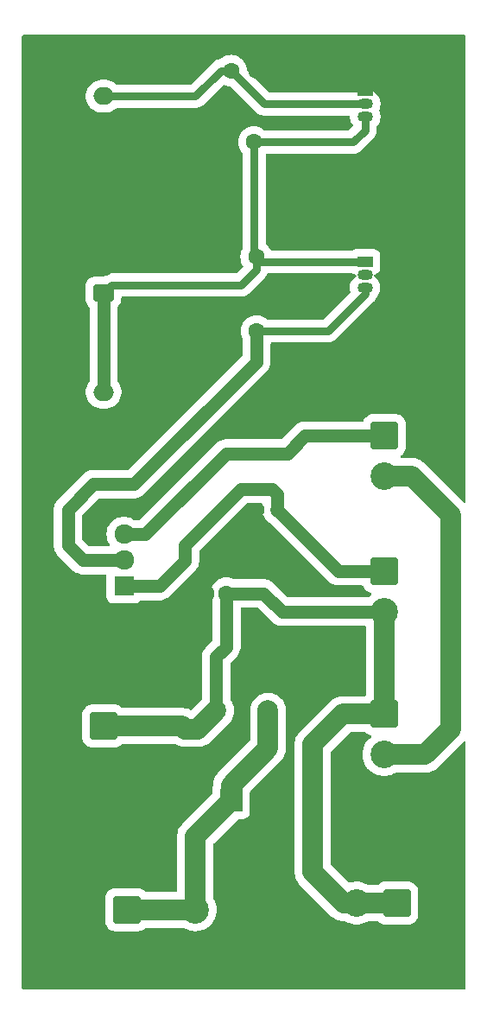
<source format=gbr>
%TF.GenerationSoftware,KiCad,Pcbnew,8.0.8-8.0.8-0~ubuntu24.04.1*%
%TF.CreationDate,2025-01-20T22:43:33-03:00*%
%TF.ProjectId,Power,506f7765-722e-46b6-9963-61645f706362,rev?*%
%TF.SameCoordinates,Original*%
%TF.FileFunction,Copper,L2,Bot*%
%TF.FilePolarity,Positive*%
%FSLAX46Y46*%
G04 Gerber Fmt 4.6, Leading zero omitted, Abs format (unit mm)*
G04 Created by KiCad (PCBNEW 8.0.8-8.0.8-0~ubuntu24.04.1) date 2025-01-20 22:43:33*
%MOMM*%
%LPD*%
G01*
G04 APERTURE LIST*
G04 Aperture macros list*
%AMRoundRect*
0 Rectangle with rounded corners*
0 $1 Rounding radius*
0 $2 $3 $4 $5 $6 $7 $8 $9 X,Y pos of 4 corners*
0 Add a 4 corners polygon primitive as box body*
4,1,4,$2,$3,$4,$5,$6,$7,$8,$9,$2,$3,0*
0 Add four circle primitives for the rounded corners*
1,1,$1+$1,$2,$3*
1,1,$1+$1,$4,$5*
1,1,$1+$1,$6,$7*
1,1,$1+$1,$8,$9*
0 Add four rect primitives between the rounded corners*
20,1,$1+$1,$2,$3,$4,$5,0*
20,1,$1+$1,$4,$5,$6,$7,0*
20,1,$1+$1,$6,$7,$8,$9,0*
20,1,$1+$1,$8,$9,$2,$3,0*%
G04 Aperture macros list end*
%TA.AperFunction,ComponentPad*%
%ADD10RoundRect,0.250000X0.750000X-0.600000X0.750000X0.600000X-0.750000X0.600000X-0.750000X-0.600000X0*%
%TD*%
%TA.AperFunction,ComponentPad*%
%ADD11O,2.000000X1.700000*%
%TD*%
%TA.AperFunction,ComponentPad*%
%ADD12R,2.200000X2.200000*%
%TD*%
%TA.AperFunction,ComponentPad*%
%ADD13O,2.200000X2.200000*%
%TD*%
%TA.AperFunction,ComponentPad*%
%ADD14RoundRect,0.250001X-1.099999X1.099999X-1.099999X-1.099999X1.099999X-1.099999X1.099999X1.099999X0*%
%TD*%
%TA.AperFunction,ComponentPad*%
%ADD15C,2.700000*%
%TD*%
%TA.AperFunction,ComponentPad*%
%ADD16RoundRect,0.250001X1.099999X1.099999X-1.099999X1.099999X-1.099999X-1.099999X1.099999X-1.099999X0*%
%TD*%
%TA.AperFunction,ComponentPad*%
%ADD17R,1.920000X1.920000*%
%TD*%
%TA.AperFunction,ComponentPad*%
%ADD18C,1.920000*%
%TD*%
%TA.AperFunction,ComponentPad*%
%ADD19C,1.600000*%
%TD*%
%TA.AperFunction,ComponentPad*%
%ADD20R,1.500000X1.050000*%
%TD*%
%TA.AperFunction,ComponentPad*%
%ADD21O,1.500000X1.050000*%
%TD*%
%TA.AperFunction,ComponentPad*%
%ADD22RoundRect,0.250001X1.099999X-1.099999X1.099999X1.099999X-1.099999X1.099999X-1.099999X-1.099999X0*%
%TD*%
%TA.AperFunction,ComponentPad*%
%ADD23C,2.000000*%
%TD*%
%TA.AperFunction,ComponentPad*%
%ADD24C,1.400000*%
%TD*%
%TA.AperFunction,ComponentPad*%
%ADD25O,1.400000X1.400000*%
%TD*%
%TA.AperFunction,Conductor*%
%ADD26C,0.200000*%
%TD*%
%TA.AperFunction,Conductor*%
%ADD27C,0.762000*%
%TD*%
%TA.AperFunction,Conductor*%
%ADD28C,1.270000*%
%TD*%
%TA.AperFunction,Conductor*%
%ADD29C,2.032000*%
%TD*%
G04 APERTURE END LIST*
D10*
%TO.P,PLC_5,1,Pin_1*%
%TO.N,/GND*%
X113000000Y-97500000D03*
D11*
%TO.P,PLC_5,2,Pin_2*%
%TO.N,/5V*%
X113000000Y-95000000D03*
%TD*%
D12*
%TO.P,1N4007,1,K*%
%TO.N,/Motor*%
X125500000Y-135000000D03*
D13*
%TO.P,1N4007,2,A*%
%TO.N,/GND*%
X115340000Y-135000000D03*
%TD*%
D14*
%TO.P,J1,1,Pin_1*%
%TO.N,/Gate*%
X140500000Y-112540000D03*
D15*
%TO.P,J1,2,Pin_2*%
%TO.N,/12V*%
X140500000Y-116500000D03*
%TD*%
D16*
%TO.P,Accept1,1,Pin_1*%
%TO.N,/12V*%
X141757500Y-145050000D03*
D15*
%TO.P,Accept1,2,Pin_2*%
X137797500Y-145050000D03*
%TD*%
D17*
%TO.P,MOSFET1,1,G*%
%TO.N,/Gate*%
X115000000Y-114000000D03*
D18*
%TO.P,MOSFET1,2,D*%
%TO.N,/Regulator*%
X115000000Y-111460000D03*
%TO.P,MOSFET1,3,S*%
%TO.N,/BA*%
X115000000Y-108920000D03*
%TD*%
D14*
%TO.P,INA1,1,Pin_1*%
%TO.N,/12V*%
X140500000Y-126540000D03*
D15*
%TO.P,INA1,2,Pin_2*%
%TO.N,/CRCT*%
X140500000Y-130500000D03*
%TD*%
D19*
%TO.P,CO_3V1,1*%
%TO.N,/3.3V*%
X125500000Y-63500000D03*
%TO.P,CO_3V1,2*%
%TO.N,/GND*%
X128000000Y-63500000D03*
%TD*%
D20*
%TO.P,LM1117,1,GND*%
%TO.N,/GND*%
X138665000Y-65480000D03*
D21*
%TO.P,LM1117,2,VO*%
%TO.N,/3.3V*%
X138665000Y-66750000D03*
%TO.P,LM1117,3,VI*%
%TO.N,/5V*%
X138665000Y-68020000D03*
%TD*%
D22*
%TO.P,J6,1,Pin_1*%
%TO.N,/12V*%
X113000000Y-127702500D03*
D15*
%TO.P,J6,2,Pin_2*%
%TO.N,/GND*%
X113000000Y-123742500D03*
%TD*%
D16*
%TO.P,J3,1,Pin_1*%
%TO.N,/GND*%
X125960000Y-145702500D03*
D15*
%TO.P,J3,2,Pin_2*%
%TO.N,/Motor*%
X122000000Y-145702500D03*
%TD*%
D19*
%TO.P,CI_3V1,1*%
%TO.N,/5V*%
X127750000Y-70500000D03*
%TO.P,CI_3V1,2*%
%TO.N,/GND*%
X125250000Y-70500000D03*
%TD*%
D16*
%TO.P,Motor_E1,1,Pin_1*%
%TO.N,/Motor*%
X115257500Y-145702500D03*
D15*
%TO.P,Motor_E1,2,Pin_2*%
%TO.N,/GND*%
X111297500Y-145702500D03*
%TD*%
D10*
%TO.P,NTRFC_5,1,Pin_1*%
%TO.N,/5V*%
X112975000Y-85250000D03*
D11*
%TO.P,NTRFC_5,2,Pin_2*%
%TO.N,/GND*%
X112975000Y-82750000D03*
%TD*%
D23*
%TO.P,F1,1*%
%TO.N,/12V*%
X124050000Y-126202500D03*
%TO.P,F1,2*%
%TO.N,/Motor*%
X129130000Y-126202500D03*
%TD*%
D10*
%TO.P,PLC_3,1,Pin_1*%
%TO.N,/GND*%
X113000000Y-68500000D03*
D11*
%TO.P,PLC_3,2,Pin_2*%
%TO.N,/3.3V*%
X113000000Y-66000000D03*
%TD*%
D24*
%TO.P,R1,1*%
%TO.N,/GND*%
X128095000Y-106500000D03*
D25*
%TO.P,R1,2*%
%TO.N,/Gate*%
X129995000Y-106500000D03*
%TD*%
D19*
%TO.P,Ruido1,1*%
%TO.N,/GND*%
X123050000Y-114702500D03*
%TO.P,Ruido1,2*%
%TO.N,/12V*%
X125050000Y-114702500D03*
%TD*%
D20*
%TO.P,LM7805,1,VO*%
%TO.N,/5V*%
X138640000Y-82230000D03*
D21*
%TO.P,LM7805,2,GND*%
%TO.N,/GND*%
X138640000Y-83500000D03*
%TO.P,LM7805,3,VI*%
%TO.N,/Regulator*%
X138640000Y-84770000D03*
%TD*%
D14*
%TO.P,J2,1,Pin_1*%
%TO.N,/BA*%
X140550000Y-99242500D03*
D15*
%TO.P,J2,2,Pin_2*%
%TO.N,/CRCT*%
X140550000Y-103202500D03*
%TD*%
D19*
%TO.P,CO_5V1,1*%
%TO.N,/5V*%
X127975000Y-81750000D03*
%TO.P,CO_5V1,2*%
%TO.N,/GND*%
X125475000Y-81750000D03*
%TD*%
%TO.P,CI_5V1,1*%
%TO.N,/Regulator*%
X128000000Y-89000000D03*
%TO.P,CI_5V1,2*%
%TO.N,/GND*%
X125500000Y-89000000D03*
%TD*%
D26*
%TO.N,/GND*%
X112975000Y-68525000D02*
X113000000Y-68500000D01*
D27*
X125250000Y-81525000D02*
X125475000Y-81750000D01*
D28*
%TO.N,/Regulator*%
X112000000Y-104000000D02*
X116000000Y-104000000D01*
X110960000Y-111460000D02*
X109500000Y-110000000D01*
X116000000Y-104000000D02*
X127975000Y-92025000D01*
X115000000Y-111460000D02*
X110960000Y-111460000D01*
X109500000Y-106500000D02*
X112000000Y-104000000D01*
X109500000Y-110000000D02*
X109500000Y-106500000D01*
D26*
X127975000Y-92025000D02*
X128000000Y-92000000D01*
D27*
X135000000Y-89000000D02*
X128000000Y-89000000D01*
D28*
X128000000Y-92000000D02*
X128000000Y-89000000D01*
D27*
X138640000Y-84770000D02*
X138640000Y-85360000D01*
X138640000Y-85360000D02*
X135000000Y-89000000D01*
%TO.N,/5V*%
X126500000Y-84500000D02*
X113775000Y-84500000D01*
X138665000Y-69335000D02*
X137500000Y-70500000D01*
D26*
X113000000Y-85275000D02*
X112975000Y-85250000D01*
D27*
X127975000Y-83025000D02*
X126500000Y-84500000D01*
X127975000Y-81750000D02*
X127750000Y-81525000D01*
X138665000Y-68020000D02*
X138665000Y-69335000D01*
X137500000Y-70500000D02*
X127750000Y-70500000D01*
X128455000Y-82230000D02*
X127975000Y-81750000D01*
X127750000Y-81525000D02*
X127750000Y-70500000D01*
X113775000Y-84500000D02*
X113000000Y-85275000D01*
X138640000Y-82230000D02*
X128455000Y-82230000D01*
D28*
X113000000Y-95000000D02*
X113000000Y-85275000D01*
D27*
X127975000Y-81750000D02*
X127975000Y-83025000D01*
%TO.N,/3.3V*%
X122000000Y-66000000D02*
X113000000Y-66000000D01*
X128750000Y-66750000D02*
X125500000Y-63500000D01*
X125500000Y-63500000D02*
X124500000Y-63500000D01*
X124500000Y-63500000D02*
X122000000Y-66000000D01*
X138665000Y-66750000D02*
X128750000Y-66750000D01*
D29*
%TO.N,/Motor*%
X125500000Y-135000000D02*
X125500000Y-133500000D01*
X122000000Y-145702500D02*
X115257500Y-145702500D01*
X122000000Y-145702500D02*
X122000000Y-138500000D01*
X125500000Y-133500000D02*
X129130000Y-129870000D01*
X129130000Y-129870000D02*
X129130000Y-126202500D01*
X122000000Y-138500000D02*
X125500000Y-135000000D01*
%TO.N,/12V*%
X133500000Y-142000000D02*
X133500000Y-129500000D01*
D28*
X140500000Y-116500000D02*
X130500000Y-116500000D01*
D29*
X136460000Y-126540000D02*
X140500000Y-126540000D01*
D28*
X124050000Y-126202500D02*
X124050000Y-120950000D01*
D29*
X133500000Y-129500000D02*
X136460000Y-126540000D01*
D28*
X130500000Y-116500000D02*
X128702500Y-114702500D01*
D29*
X122252500Y-128000000D02*
X121000000Y-128000000D01*
X136550000Y-145050000D02*
X133500000Y-142000000D01*
D28*
X128702500Y-114702500D02*
X125050000Y-114702500D01*
X125050000Y-119950000D02*
X125050000Y-114702500D01*
D29*
X137797500Y-145050000D02*
X136550000Y-145050000D01*
X120702500Y-127702500D02*
X113000000Y-127702500D01*
X137797500Y-145050000D02*
X141757500Y-145050000D01*
X121000000Y-128000000D02*
X120702500Y-127702500D01*
X124050000Y-126202500D02*
X122252500Y-128000000D01*
D28*
X124050000Y-120950000D02*
X125050000Y-119950000D01*
D29*
X140500000Y-126540000D02*
X140500000Y-116500000D01*
D28*
%TO.N,/Gate*%
X129995000Y-104995000D02*
X129500000Y-104500000D01*
X118500000Y-114000000D02*
X115000000Y-114000000D01*
X126500000Y-104500000D02*
X121000000Y-110000000D01*
X140500000Y-112540000D02*
X136035000Y-112540000D01*
X129500000Y-104500000D02*
X126500000Y-104500000D01*
X136035000Y-112540000D02*
X129995000Y-106500000D01*
X121000000Y-110000000D02*
X121000000Y-111500000D01*
X121000000Y-111500000D02*
X118500000Y-114000000D01*
X129995000Y-106500000D02*
X129995000Y-104995000D01*
%TO.N,/BA*%
X131000000Y-101000000D02*
X132757500Y-99242500D01*
X125000000Y-101000000D02*
X131000000Y-101000000D01*
X132757500Y-99242500D02*
X140550000Y-99242500D01*
X115000000Y-108920000D02*
X117080000Y-108920000D01*
X117080000Y-108920000D02*
X125000000Y-101000000D01*
D29*
%TO.N,/CRCT*%
X140500000Y-130500000D02*
X144500000Y-130500000D01*
X144500000Y-130500000D02*
X147000000Y-128000000D01*
X147000000Y-107000000D02*
X143202500Y-103202500D01*
X147000000Y-128000000D02*
X147000000Y-107000000D01*
X143202500Y-103202500D02*
X140550000Y-103202500D01*
%TD*%
%TA.AperFunction,Conductor*%
%TO.N,/GND*%
G36*
X148442539Y-60020185D02*
G01*
X148488294Y-60072989D01*
X148499500Y-60124500D01*
X148499500Y-105701929D01*
X148479815Y-105768968D01*
X148427011Y-105814723D01*
X148357853Y-105824667D01*
X148294297Y-105795642D01*
X148287819Y-105789610D01*
X144369738Y-101871529D01*
X144369731Y-101871523D01*
X144186029Y-101730564D01*
X144186012Y-101730553D01*
X143985486Y-101614778D01*
X143985475Y-101614773D01*
X143771550Y-101526162D01*
X143771543Y-101526160D01*
X143771541Y-101526159D01*
X143547867Y-101466226D01*
X143547861Y-101466225D01*
X143547856Y-101466224D01*
X143523940Y-101463076D01*
X143318290Y-101436000D01*
X143318283Y-101436000D01*
X142222734Y-101436000D01*
X142155695Y-101416315D01*
X142109940Y-101363511D01*
X142099996Y-101294353D01*
X142129021Y-101230797D01*
X142165321Y-101202092D01*
X142203407Y-101182198D01*
X142361109Y-101053609D01*
X142489698Y-100895907D01*
X142583909Y-100715549D01*
X142639886Y-100519917D01*
X142650500Y-100400536D01*
X142650500Y-98084464D01*
X142639886Y-97965083D01*
X142583909Y-97769451D01*
X142489698Y-97589093D01*
X142465958Y-97559979D01*
X142361109Y-97431390D01*
X142203407Y-97302802D01*
X142023045Y-97208589D01*
X141905828Y-97175050D01*
X141827417Y-97152614D01*
X141827414Y-97152613D01*
X141827412Y-97152613D01*
X141754630Y-97146142D01*
X141708036Y-97142000D01*
X139391964Y-97142000D01*
X139357017Y-97145107D01*
X139272587Y-97152613D01*
X139272584Y-97152613D01*
X139272583Y-97152614D01*
X139233377Y-97163832D01*
X139076954Y-97208589D01*
X138896592Y-97302802D01*
X138738890Y-97431390D01*
X138610304Y-97589090D01*
X138516085Y-97769462D01*
X138513756Y-97775294D01*
X138512021Y-97774601D01*
X138479386Y-97826156D01*
X138416030Y-97855614D01*
X138397544Y-97857000D01*
X132866541Y-97857000D01*
X132648459Y-97857000D01*
X132576659Y-97868372D01*
X132433059Y-97891116D01*
X132433056Y-97891116D01*
X132225654Y-97958505D01*
X132031339Y-98057514D01*
X131854904Y-98185702D01*
X130462426Y-99578181D01*
X130401103Y-99611666D01*
X130374745Y-99614500D01*
X124890959Y-99614500D01*
X124783260Y-99631558D01*
X124675560Y-99648616D01*
X124468148Y-99716008D01*
X124353654Y-99774347D01*
X124273839Y-99815014D01*
X124097404Y-99943202D01*
X116542426Y-107498181D01*
X116481103Y-107531666D01*
X116454745Y-107534500D01*
X116042556Y-107534500D01*
X115975517Y-107514815D01*
X115972705Y-107512954D01*
X115857648Y-107434510D01*
X115857640Y-107434505D01*
X115626670Y-107323277D01*
X115626672Y-107323277D01*
X115381697Y-107247712D01*
X115381693Y-107247711D01*
X115381689Y-107247710D01*
X115259748Y-107229330D01*
X115128189Y-107209500D01*
X115128184Y-107209500D01*
X114871816Y-107209500D01*
X114871810Y-107209500D01*
X114713938Y-107233296D01*
X114618311Y-107247710D01*
X114618308Y-107247711D01*
X114618302Y-107247712D01*
X114373328Y-107323277D01*
X114142359Y-107434505D01*
X114142358Y-107434506D01*
X113930529Y-107578928D01*
X113742602Y-107753297D01*
X113582756Y-107953739D01*
X113454572Y-108175760D01*
X113360912Y-108414402D01*
X113360907Y-108414419D01*
X113303860Y-108664355D01*
X113303860Y-108664357D01*
X113284704Y-108919995D01*
X113284704Y-108920004D01*
X113303860Y-109175642D01*
X113303860Y-109175644D01*
X113303862Y-109175652D01*
X113360910Y-109425592D01*
X113360912Y-109425597D01*
X113454572Y-109664239D01*
X113584049Y-109888500D01*
X113600522Y-109956400D01*
X113577669Y-110022427D01*
X113522748Y-110065618D01*
X113476662Y-110074500D01*
X111585255Y-110074500D01*
X111518216Y-110054815D01*
X111497574Y-110038181D01*
X110921819Y-109462426D01*
X110888334Y-109401103D01*
X110885500Y-109374745D01*
X110885500Y-107125255D01*
X110905185Y-107058216D01*
X110921819Y-107037574D01*
X112537574Y-105421819D01*
X112598897Y-105388334D01*
X112625255Y-105385500D01*
X116109040Y-105385500D01*
X116109041Y-105385500D01*
X116324439Y-105351384D01*
X116324442Y-105351383D01*
X116324443Y-105351383D01*
X116531845Y-105283994D01*
X116531845Y-105283993D01*
X116531848Y-105283993D01*
X116726160Y-105184986D01*
X116902593Y-105056800D01*
X129031800Y-92927593D01*
X129056800Y-92902593D01*
X129184986Y-92726160D01*
X129283993Y-92531847D01*
X129351384Y-92324439D01*
X129385500Y-92109041D01*
X129385500Y-90255500D01*
X129405185Y-90188461D01*
X129457989Y-90142706D01*
X129509500Y-90131500D01*
X135089056Y-90131500D01*
X135169010Y-90118835D01*
X135264961Y-90103639D01*
X135434345Y-90048602D01*
X135593036Y-89967746D01*
X135737123Y-89863060D01*
X139503060Y-86097123D01*
X139552770Y-86028703D01*
X139607746Y-85953035D01*
X139654688Y-85860905D01*
X139688602Y-85794346D01*
X139700636Y-85757306D01*
X139730887Y-85707941D01*
X139837892Y-85600937D01*
X139837892Y-85600936D01*
X139837897Y-85600932D01*
X139955905Y-85438508D01*
X140047052Y-85259622D01*
X140109093Y-85068680D01*
X140140500Y-84870384D01*
X140140500Y-84669616D01*
X140109093Y-84471320D01*
X140047052Y-84280378D01*
X140047050Y-84280375D01*
X140047050Y-84280373D01*
X139955904Y-84101491D01*
X139837897Y-83939068D01*
X139695932Y-83797103D01*
X139557873Y-83696797D01*
X139515210Y-83641469D01*
X139509231Y-83571856D01*
X139541837Y-83510061D01*
X139591756Y-83478775D01*
X139709334Y-83439814D01*
X139858656Y-83347712D01*
X139982712Y-83223656D01*
X140074814Y-83074334D01*
X140129999Y-82907797D01*
X140140500Y-82805009D01*
X140140499Y-81654992D01*
X140129999Y-81552203D01*
X140074814Y-81385666D01*
X139982712Y-81236344D01*
X139858656Y-81112288D01*
X139740307Y-81039290D01*
X139709336Y-81020187D01*
X139709331Y-81020185D01*
X139707862Y-81019698D01*
X139542797Y-80965001D01*
X139542795Y-80965000D01*
X139440010Y-80954500D01*
X137839998Y-80954500D01*
X137839981Y-80954501D01*
X137737203Y-80965000D01*
X137737200Y-80965001D01*
X137570668Y-81020185D01*
X137570659Y-81020189D01*
X137473628Y-81080039D01*
X137408532Y-81098500D01*
X129463673Y-81098500D01*
X129396634Y-81078815D01*
X129357946Y-81039290D01*
X129233262Y-80835826D01*
X129233261Y-80835823D01*
X129197453Y-80793897D01*
X129074759Y-80650241D01*
X128924967Y-80522307D01*
X128886775Y-80463801D01*
X128881500Y-80428018D01*
X128881500Y-71755500D01*
X128901185Y-71688461D01*
X128953989Y-71642706D01*
X129005500Y-71631500D01*
X137589056Y-71631500D01*
X137669010Y-71618835D01*
X137764961Y-71603639D01*
X137934345Y-71548602D01*
X138093036Y-71467746D01*
X138237123Y-71363060D01*
X139528060Y-70072123D01*
X139632746Y-69928035D01*
X139713602Y-69769345D01*
X139768639Y-69599961D01*
X139783835Y-69504010D01*
X139796500Y-69424056D01*
X139796500Y-68968691D01*
X139816185Y-68901652D01*
X139832819Y-68881010D01*
X139835403Y-68878426D01*
X139862897Y-68850932D01*
X139980905Y-68688508D01*
X140072052Y-68509622D01*
X140134093Y-68318680D01*
X140165500Y-68120384D01*
X140165500Y-67919616D01*
X140134093Y-67721320D01*
X140072052Y-67530378D01*
X140072049Y-67530374D01*
X140072049Y-67530371D01*
X140026662Y-67441296D01*
X140013765Y-67372627D01*
X140026662Y-67328704D01*
X140072049Y-67239628D01*
X140072049Y-67239627D01*
X140072052Y-67239622D01*
X140134093Y-67048680D01*
X140165500Y-66850384D01*
X140165500Y-66649616D01*
X140134093Y-66451320D01*
X140072052Y-66260378D01*
X140072050Y-66260375D01*
X140072050Y-66260373D01*
X140023967Y-66166007D01*
X139980905Y-66081492D01*
X139862897Y-65919068D01*
X139720932Y-65777103D01*
X139558508Y-65659095D01*
X139379626Y-65567949D01*
X139188680Y-65505907D01*
X138990384Y-65474500D01*
X138339616Y-65474500D01*
X138240468Y-65490203D01*
X138141319Y-65505907D01*
X137950373Y-65567949D01*
X137877689Y-65604985D01*
X137821394Y-65618500D01*
X129270045Y-65618500D01*
X129203006Y-65598815D01*
X129182364Y-65582181D01*
X127083807Y-63483624D01*
X127050322Y-63422301D01*
X127047870Y-63405671D01*
X127036146Y-63256703D01*
X127036146Y-63256698D01*
X126979172Y-63019388D01*
X126885777Y-62793911D01*
X126885777Y-62793910D01*
X126758262Y-62585826D01*
X126758261Y-62585823D01*
X126712509Y-62532255D01*
X126599759Y-62400241D01*
X126477063Y-62295449D01*
X126414176Y-62241738D01*
X126414173Y-62241737D01*
X126206089Y-62114222D01*
X125980618Y-62020830D01*
X125980621Y-62020830D01*
X125874992Y-61995470D01*
X125743302Y-61963854D01*
X125743300Y-61963853D01*
X125743297Y-61963853D01*
X125500000Y-61944706D01*
X125256702Y-61963853D01*
X125019380Y-62020830D01*
X124793910Y-62114222D01*
X124585826Y-62241737D01*
X124585824Y-62241738D01*
X124470021Y-62340643D01*
X124408888Y-62368825D01*
X124235044Y-62396360D01*
X124235042Y-62396360D01*
X124235039Y-62396361D01*
X124065655Y-62451398D01*
X124065652Y-62451399D01*
X124065650Y-62451400D01*
X123906962Y-62532255D01*
X123906960Y-62532256D01*
X123762875Y-62636941D01*
X123762874Y-62636942D01*
X121567636Y-64832181D01*
X121506313Y-64865666D01*
X121479955Y-64868500D01*
X114333311Y-64868500D01*
X114266272Y-64848815D01*
X114245630Y-64832181D01*
X114192654Y-64779205D01*
X114192649Y-64779201D01*
X113988848Y-64631132D01*
X113988847Y-64631131D01*
X113988845Y-64631130D01*
X113918747Y-64595413D01*
X113764383Y-64516760D01*
X113524785Y-64438910D01*
X113275962Y-64399500D01*
X112724038Y-64399500D01*
X112599626Y-64419205D01*
X112475214Y-64438910D01*
X112235616Y-64516760D01*
X112011151Y-64631132D01*
X111807350Y-64779201D01*
X111807345Y-64779205D01*
X111629205Y-64957345D01*
X111629201Y-64957350D01*
X111481132Y-65161151D01*
X111366760Y-65385616D01*
X111288910Y-65625214D01*
X111249500Y-65874038D01*
X111249500Y-66125961D01*
X111288910Y-66374785D01*
X111366760Y-66614383D01*
X111481132Y-66838848D01*
X111629201Y-67042649D01*
X111629205Y-67042654D01*
X111807345Y-67220794D01*
X111807350Y-67220798D01*
X111955871Y-67328704D01*
X112011155Y-67368870D01*
X112153299Y-67441296D01*
X112235616Y-67483239D01*
X112235618Y-67483239D01*
X112235621Y-67483241D01*
X112475215Y-67561090D01*
X112724038Y-67600500D01*
X112724039Y-67600500D01*
X113275961Y-67600500D01*
X113275962Y-67600500D01*
X113524785Y-67561090D01*
X113764379Y-67483241D01*
X113988845Y-67368870D01*
X114192656Y-67220793D01*
X114245630Y-67167819D01*
X114306953Y-67134334D01*
X114333311Y-67131500D01*
X122089056Y-67131500D01*
X122169010Y-67118835D01*
X122264961Y-67103639D01*
X122434345Y-67048602D01*
X122593036Y-66967746D01*
X122737123Y-66863060D01*
X124679106Y-64921075D01*
X124740427Y-64887592D01*
X124810118Y-64892576D01*
X124814238Y-64894197D01*
X125019381Y-64979169D01*
X125019378Y-64979169D01*
X125019384Y-64979170D01*
X125019388Y-64979172D01*
X125256698Y-65036146D01*
X125390122Y-65046646D01*
X125405671Y-65047870D01*
X125470960Y-65072754D01*
X125483624Y-65083807D01*
X128012877Y-67613060D01*
X128156964Y-67717746D01*
X128315655Y-67798602D01*
X128485039Y-67853639D01*
X128572994Y-67867569D01*
X128660944Y-67881500D01*
X128660949Y-67881500D01*
X137040500Y-67881500D01*
X137107539Y-67901185D01*
X137153294Y-67953989D01*
X137164500Y-68005500D01*
X137164500Y-68120383D01*
X137195907Y-68318680D01*
X137257949Y-68509626D01*
X137349097Y-68688511D01*
X137439267Y-68812620D01*
X137462747Y-68878426D01*
X137446922Y-68946480D01*
X137426630Y-68973186D01*
X137067636Y-69332181D01*
X137006313Y-69365666D01*
X136979955Y-69368500D01*
X128858340Y-69368500D01*
X128791301Y-69348815D01*
X128777815Y-69338795D01*
X128669106Y-69245949D01*
X128664176Y-69241738D01*
X128664173Y-69241737D01*
X128456089Y-69114222D01*
X128230618Y-69020830D01*
X128230621Y-69020830D01*
X128124992Y-68995470D01*
X127993302Y-68963854D01*
X127993300Y-68963853D01*
X127993297Y-68963853D01*
X127750000Y-68944706D01*
X127506702Y-68963853D01*
X127269380Y-69020830D01*
X127043910Y-69114222D01*
X126835826Y-69241737D01*
X126835823Y-69241738D01*
X126650241Y-69400241D01*
X126491738Y-69585823D01*
X126491737Y-69585826D01*
X126364222Y-69793910D01*
X126270830Y-70019380D01*
X126213853Y-70256702D01*
X126194706Y-70500000D01*
X126213853Y-70743297D01*
X126270830Y-70980619D01*
X126364222Y-71206089D01*
X126491737Y-71414173D01*
X126491738Y-71414176D01*
X126588790Y-71527808D01*
X126617361Y-71591570D01*
X126618500Y-71608340D01*
X126618500Y-80961162D01*
X126600229Y-81025949D01*
X126589222Y-81043910D01*
X126495830Y-81269380D01*
X126438853Y-81506702D01*
X126419706Y-81750000D01*
X126438853Y-81993297D01*
X126495830Y-82230619D01*
X126589222Y-82456089D01*
X126672844Y-82592546D01*
X126691089Y-82659992D01*
X126669973Y-82726594D01*
X126654798Y-82745017D01*
X126067636Y-83332181D01*
X126006313Y-83365666D01*
X125979955Y-83368500D01*
X113869186Y-83368500D01*
X113869162Y-83368499D01*
X113864051Y-83368499D01*
X113685949Y-83368499D01*
X113645170Y-83374957D01*
X113510043Y-83396360D01*
X113340652Y-83451399D01*
X113181961Y-83532256D01*
X113053184Y-83625818D01*
X112987378Y-83649298D01*
X112980299Y-83649500D01*
X112166971Y-83649500D01*
X112166965Y-83649500D01*
X112166964Y-83649501D01*
X112155316Y-83650536D01*
X112047584Y-83660113D01*
X111851954Y-83716089D01*
X111763827Y-83762123D01*
X111671593Y-83810302D01*
X111671591Y-83810303D01*
X111671590Y-83810304D01*
X111513890Y-83938890D01*
X111385304Y-84096590D01*
X111291089Y-84276954D01*
X111246332Y-84433376D01*
X111235476Y-84471319D01*
X111235114Y-84472583D01*
X111235113Y-84472586D01*
X111224500Y-84591966D01*
X111224500Y-85908028D01*
X111224501Y-85908034D01*
X111235113Y-86027415D01*
X111291089Y-86223045D01*
X111291090Y-86223048D01*
X111291091Y-86223049D01*
X111385302Y-86403407D01*
X111513891Y-86561109D01*
X111568860Y-86605930D01*
X111608377Y-86663548D01*
X111614500Y-86702031D01*
X111614500Y-93937296D01*
X111594815Y-94004335D01*
X111590818Y-94010181D01*
X111481132Y-94161151D01*
X111366760Y-94385616D01*
X111288910Y-94625214D01*
X111249500Y-94874038D01*
X111249500Y-95125961D01*
X111288910Y-95374785D01*
X111366760Y-95614383D01*
X111481132Y-95838848D01*
X111629201Y-96042649D01*
X111629205Y-96042654D01*
X111807345Y-96220794D01*
X111807350Y-96220798D01*
X111985117Y-96349952D01*
X112011155Y-96368870D01*
X112154184Y-96441747D01*
X112235616Y-96483239D01*
X112235618Y-96483239D01*
X112235621Y-96483241D01*
X112475215Y-96561090D01*
X112724038Y-96600500D01*
X112724039Y-96600500D01*
X113275961Y-96600500D01*
X113275962Y-96600500D01*
X113524785Y-96561090D01*
X113764379Y-96483241D01*
X113988845Y-96368870D01*
X114192656Y-96220793D01*
X114370793Y-96042656D01*
X114518870Y-95838845D01*
X114633241Y-95614379D01*
X114711090Y-95374785D01*
X114750500Y-95125962D01*
X114750500Y-94874038D01*
X114711090Y-94625215D01*
X114633241Y-94385621D01*
X114633239Y-94385618D01*
X114633239Y-94385616D01*
X114591747Y-94304184D01*
X114518870Y-94161155D01*
X114409182Y-94010181D01*
X114385702Y-93944375D01*
X114385500Y-93937296D01*
X114385500Y-86661262D01*
X114405185Y-86594223D01*
X114431143Y-86565158D01*
X114436109Y-86561109D01*
X114564698Y-86403407D01*
X114658909Y-86223049D01*
X114714886Y-86027418D01*
X114725500Y-85908037D01*
X114725500Y-85755500D01*
X114745185Y-85688461D01*
X114797989Y-85642706D01*
X114849500Y-85631500D01*
X126589056Y-85631500D01*
X126669010Y-85618835D01*
X126764961Y-85603639D01*
X126934345Y-85548602D01*
X127093036Y-85467746D01*
X127237123Y-85363060D01*
X128838060Y-83762123D01*
X128942746Y-83618036D01*
X129023602Y-83459345D01*
X129027555Y-83447180D01*
X129066993Y-83389505D01*
X129131352Y-83362308D01*
X129145485Y-83361500D01*
X137408532Y-83361500D01*
X137473628Y-83379961D01*
X137570659Y-83439810D01*
X137570660Y-83439810D01*
X137570666Y-83439814D01*
X137688244Y-83478775D01*
X137745687Y-83518546D01*
X137772510Y-83583062D01*
X137760195Y-83651838D01*
X137722124Y-83696797D01*
X137584074Y-83797098D01*
X137584065Y-83797105D01*
X137442105Y-83939065D01*
X137442105Y-83939066D01*
X137442103Y-83939068D01*
X137391423Y-84008822D01*
X137324095Y-84101491D01*
X137232949Y-84280373D01*
X137170907Y-84471319D01*
X137139500Y-84669616D01*
X137139500Y-84870383D01*
X137170907Y-85068683D01*
X137186719Y-85117348D01*
X137188714Y-85187189D01*
X137156469Y-85243346D01*
X134567636Y-87832181D01*
X134506313Y-87865666D01*
X134479955Y-87868500D01*
X129108340Y-87868500D01*
X129041301Y-87848815D01*
X129027815Y-87838795D01*
X128952840Y-87774761D01*
X128914176Y-87741738D01*
X128914173Y-87741737D01*
X128706089Y-87614222D01*
X128480618Y-87520830D01*
X128480621Y-87520830D01*
X128374992Y-87495470D01*
X128243302Y-87463854D01*
X128243300Y-87463853D01*
X128243297Y-87463853D01*
X128000000Y-87444706D01*
X127756702Y-87463853D01*
X127519380Y-87520830D01*
X127293910Y-87614222D01*
X127085826Y-87741737D01*
X127085823Y-87741738D01*
X126900241Y-87900241D01*
X126741738Y-88085823D01*
X126741737Y-88085826D01*
X126614222Y-88293910D01*
X126520830Y-88519380D01*
X126463853Y-88756702D01*
X126444706Y-89000000D01*
X126463853Y-89243297D01*
X126520830Y-89480619D01*
X126566588Y-89591087D01*
X126605061Y-89683971D01*
X126614500Y-89731421D01*
X126614500Y-91374745D01*
X126594815Y-91441784D01*
X126578181Y-91462426D01*
X115462426Y-102578181D01*
X115401103Y-102611666D01*
X115374745Y-102614500D01*
X112109041Y-102614500D01*
X111890959Y-102614500D01*
X111783260Y-102631558D01*
X111675560Y-102648616D01*
X111468148Y-102716008D01*
X111273839Y-102815014D01*
X111097404Y-102943202D01*
X108443202Y-105597404D01*
X108315014Y-105773839D01*
X108216008Y-105968147D01*
X108202572Y-106009500D01*
X108188828Y-106051800D01*
X108180479Y-106077497D01*
X108148616Y-106175559D01*
X108114500Y-106390959D01*
X108114500Y-110109040D01*
X108148616Y-110324440D01*
X108148616Y-110324443D01*
X108216005Y-110531845D01*
X108229442Y-110558216D01*
X108315014Y-110726160D01*
X108443200Y-110902593D01*
X109903200Y-112362593D01*
X110057407Y-112516800D01*
X110233840Y-112644986D01*
X110325645Y-112691763D01*
X110428148Y-112743991D01*
X110428150Y-112743991D01*
X110428153Y-112743993D01*
X110635561Y-112811384D01*
X110850959Y-112845500D01*
X113166948Y-112845500D01*
X113233987Y-112865185D01*
X113279742Y-112917989D01*
X113290306Y-112982105D01*
X113289500Y-112989988D01*
X113289500Y-115010001D01*
X113289501Y-115010018D01*
X113300000Y-115112796D01*
X113300001Y-115112799D01*
X113355185Y-115279331D01*
X113355187Y-115279336D01*
X113358060Y-115283994D01*
X113447288Y-115428656D01*
X113571344Y-115552712D01*
X113720666Y-115644814D01*
X113887203Y-115699999D01*
X113989991Y-115710500D01*
X116010008Y-115710499D01*
X116112797Y-115699999D01*
X116279334Y-115644814D01*
X116428656Y-115552712D01*
X116552712Y-115428656D01*
X116552712Y-115428655D01*
X116557819Y-115423549D01*
X116559705Y-115425435D01*
X116606625Y-115392212D01*
X116646868Y-115385500D01*
X118609040Y-115385500D01*
X118609041Y-115385500D01*
X118824439Y-115351384D01*
X118824442Y-115351383D01*
X118824443Y-115351383D01*
X119031845Y-115283994D01*
X119031845Y-115283993D01*
X119031848Y-115283993D01*
X119226160Y-115184986D01*
X119402593Y-115056800D01*
X122056800Y-112402593D01*
X122184986Y-112226160D01*
X122283993Y-112031847D01*
X122351384Y-111824439D01*
X122385500Y-111609041D01*
X122385500Y-111390959D01*
X122385500Y-110625255D01*
X122405185Y-110558216D01*
X122421819Y-110537574D01*
X127037574Y-105921819D01*
X127098897Y-105888334D01*
X127125255Y-105885500D01*
X128485500Y-105885500D01*
X128552539Y-105905185D01*
X128598294Y-105957989D01*
X128609500Y-106009500D01*
X128609500Y-106047057D01*
X128605706Y-106077497D01*
X128559379Y-106260440D01*
X128539529Y-106499994D01*
X128539529Y-106500005D01*
X128559379Y-106739559D01*
X128618389Y-106972589D01*
X128714951Y-107192729D01*
X128800243Y-107323277D01*
X128846429Y-107393969D01*
X129009236Y-107570825D01*
X129009239Y-107570827D01*
X129009242Y-107570830D01*
X129198924Y-107718466D01*
X129198931Y-107718470D01*
X129198933Y-107718472D01*
X129303234Y-107774917D01*
X129331897Y-107796290D01*
X135132407Y-113596800D01*
X135308840Y-113724986D01*
X135400645Y-113771763D01*
X135503148Y-113823991D01*
X135503150Y-113823991D01*
X135503153Y-113823993D01*
X135710561Y-113891384D01*
X135925959Y-113925500D01*
X136144041Y-113925500D01*
X138347544Y-113925500D01*
X138414583Y-113945185D01*
X138460338Y-113997989D01*
X138463742Y-114007211D01*
X138463756Y-114007206D01*
X138466085Y-114013037D01*
X138466090Y-114013047D01*
X138466091Y-114013049D01*
X138560302Y-114193407D01*
X138560304Y-114193409D01*
X138688890Y-114351109D01*
X138817479Y-114455958D01*
X138846593Y-114479698D01*
X139026951Y-114573909D01*
X139026953Y-114573909D01*
X139026954Y-114573910D01*
X139177311Y-114616932D01*
X139236349Y-114654299D01*
X139265813Y-114717653D01*
X139256348Y-114786878D01*
X139221455Y-114832336D01*
X139062953Y-114961286D01*
X139062940Y-114961298D01*
X138956624Y-115075136D01*
X138896480Y-115110696D01*
X138866000Y-115114500D01*
X131125255Y-115114500D01*
X131058216Y-115094815D01*
X131037574Y-115078181D01*
X129605095Y-113645702D01*
X129605093Y-113645700D01*
X129428660Y-113517514D01*
X129284854Y-113444241D01*
X129234345Y-113418505D01*
X129026942Y-113351116D01*
X128865390Y-113325529D01*
X128811541Y-113317000D01*
X128811540Y-113317000D01*
X125781422Y-113317000D01*
X125733970Y-113307561D01*
X125677943Y-113284354D01*
X125530619Y-113223330D01*
X125530613Y-113223328D01*
X125530612Y-113223328D01*
X125293302Y-113166354D01*
X125293300Y-113166353D01*
X125293297Y-113166353D01*
X125050000Y-113147206D01*
X124806702Y-113166353D01*
X124569380Y-113223330D01*
X124343910Y-113316722D01*
X124135826Y-113444237D01*
X124135823Y-113444238D01*
X123950241Y-113602741D01*
X123791738Y-113788323D01*
X123791737Y-113788326D01*
X123664222Y-113996410D01*
X123570830Y-114221880D01*
X123513853Y-114459202D01*
X123494706Y-114702500D01*
X123513853Y-114945797D01*
X123513853Y-114945800D01*
X123513854Y-114945802D01*
X123554355Y-115114500D01*
X123570830Y-115183119D01*
X123610683Y-115279331D01*
X123655061Y-115386471D01*
X123664500Y-115433921D01*
X123664500Y-119324745D01*
X123644815Y-119391784D01*
X123628181Y-119412426D01*
X122993202Y-120047404D01*
X122865014Y-120223839D01*
X122766005Y-120418154D01*
X122698616Y-120625556D01*
X122698616Y-120625559D01*
X122664500Y-120840959D01*
X122664500Y-125038429D01*
X122644815Y-125105468D01*
X122628181Y-125126110D01*
X121650415Y-126103876D01*
X121589092Y-126137361D01*
X121519400Y-126132377D01*
X121500733Y-126123582D01*
X121485479Y-126114775D01*
X121485475Y-126114773D01*
X121271550Y-126026162D01*
X121271543Y-126026160D01*
X121271541Y-126026159D01*
X121047867Y-125966226D01*
X121047861Y-125966225D01*
X121047856Y-125966224D01*
X121023940Y-125963076D01*
X120818290Y-125936000D01*
X120818283Y-125936000D01*
X114906371Y-125936000D01*
X114839332Y-125916315D01*
X114815960Y-125895442D01*
X114815561Y-125895842D01*
X114811114Y-125891396D01*
X114811111Y-125891393D01*
X114811109Y-125891391D01*
X114653407Y-125762802D01*
X114473049Y-125668591D01*
X114473048Y-125668590D01*
X114473045Y-125668589D01*
X114350232Y-125633449D01*
X114277417Y-125612614D01*
X114277414Y-125612613D01*
X114277412Y-125612613D01*
X114204630Y-125606142D01*
X114158036Y-125602000D01*
X111841964Y-125602000D01*
X111807017Y-125605107D01*
X111722587Y-125612613D01*
X111722584Y-125612613D01*
X111722583Y-125612614D01*
X111683377Y-125623832D01*
X111526954Y-125668589D01*
X111346592Y-125762802D01*
X111188890Y-125891390D01*
X111060302Y-126049092D01*
X110966089Y-126229454D01*
X110910114Y-126425084D01*
X110910113Y-126425087D01*
X110899500Y-126544467D01*
X110899500Y-128860532D01*
X110910113Y-128979912D01*
X110910113Y-128979914D01*
X110910114Y-128979917D01*
X110911145Y-128983520D01*
X110966089Y-129175545D01*
X111060302Y-129355907D01*
X111188890Y-129513609D01*
X111279782Y-129587721D01*
X111346593Y-129642198D01*
X111526951Y-129736409D01*
X111526953Y-129736409D01*
X111526954Y-129736410D01*
X111537488Y-129739424D01*
X111722583Y-129792386D01*
X111841964Y-129803000D01*
X111841970Y-129803000D01*
X114158030Y-129803000D01*
X114158036Y-129803000D01*
X114277417Y-129792386D01*
X114473049Y-129736409D01*
X114653407Y-129642198D01*
X114811109Y-129513609D01*
X114811114Y-129513603D01*
X114815561Y-129509158D01*
X114816660Y-129510257D01*
X114867883Y-129475124D01*
X114906371Y-129469000D01*
X119978159Y-129469000D01*
X120040157Y-129485612D01*
X120217021Y-129587725D01*
X120351925Y-129643604D01*
X120394412Y-129661203D01*
X120430959Y-129676341D01*
X120654634Y-129736274D01*
X120884217Y-129766500D01*
X120884224Y-129766500D01*
X122368282Y-129766500D01*
X122368283Y-129766500D01*
X122573935Y-129739423D01*
X122573939Y-129739424D01*
X122573939Y-129739423D01*
X122573940Y-129739423D01*
X122597867Y-129736274D01*
X122821541Y-129676341D01*
X123035479Y-129587725D01*
X123236020Y-129471942D01*
X123419733Y-129330975D01*
X125380975Y-127369733D01*
X125521942Y-127186020D01*
X125637725Y-126985479D01*
X125726341Y-126771541D01*
X125786274Y-126547866D01*
X125816499Y-126318282D01*
X125816499Y-126086718D01*
X125786274Y-125857133D01*
X125726341Y-125633459D01*
X125637725Y-125419521D01*
X125637723Y-125419518D01*
X125637721Y-125419513D01*
X125521942Y-125218979D01*
X125461124Y-125139718D01*
X125435930Y-125074548D01*
X125435500Y-125064232D01*
X125435500Y-121575255D01*
X125455185Y-121508216D01*
X125471819Y-121487574D01*
X126106795Y-120852598D01*
X126106800Y-120852593D01*
X126115253Y-120840959D01*
X126234986Y-120676160D01*
X126333993Y-120481847D01*
X126401385Y-120274439D01*
X126419993Y-120156949D01*
X126435500Y-120059046D01*
X126435500Y-116212000D01*
X126455185Y-116144961D01*
X126507989Y-116099206D01*
X126559500Y-116088000D01*
X128077245Y-116088000D01*
X128144284Y-116107685D01*
X128164926Y-116124319D01*
X129597407Y-117556800D01*
X129773840Y-117684986D01*
X129865645Y-117731763D01*
X129968148Y-117783991D01*
X129968150Y-117783991D01*
X129968153Y-117783993D01*
X130175561Y-117851384D01*
X130390959Y-117885500D01*
X130609041Y-117885500D01*
X138609500Y-117885500D01*
X138676539Y-117905185D01*
X138722294Y-117957989D01*
X138733500Y-118009500D01*
X138733500Y-124633628D01*
X138713815Y-124700667D01*
X138692938Y-124724045D01*
X138693337Y-124724444D01*
X138684444Y-124733337D01*
X138683344Y-124732237D01*
X138632117Y-124767376D01*
X138593629Y-124773500D01*
X136344209Y-124773500D01*
X136138559Y-124800575D01*
X136138559Y-124800576D01*
X136114633Y-124803726D01*
X135890959Y-124863659D01*
X135890949Y-124863662D01*
X135677024Y-124952273D01*
X135677013Y-124952278D01*
X135489586Y-125060490D01*
X135478397Y-125066951D01*
X135476474Y-125068061D01*
X135292768Y-125209023D01*
X135292761Y-125209029D01*
X132169029Y-128332761D01*
X132169023Y-128332768D01*
X132028064Y-128516470D01*
X132028053Y-128516487D01*
X131912278Y-128717013D01*
X131912273Y-128717024D01*
X131823662Y-128930949D01*
X131823660Y-128930956D01*
X131823659Y-128930959D01*
X131810541Y-128979917D01*
X131781843Y-129087021D01*
X131763726Y-129154634D01*
X131733500Y-129384209D01*
X131733500Y-142115790D01*
X131760576Y-142321440D01*
X131763726Y-142345367D01*
X131763727Y-142345369D01*
X131823659Y-142569040D01*
X131823662Y-142569050D01*
X131912273Y-142782975D01*
X131912278Y-142782986D01*
X132028053Y-142983512D01*
X132028064Y-142983529D01*
X132169023Y-143167231D01*
X132169029Y-143167238D01*
X135382761Y-146380970D01*
X135382767Y-146380975D01*
X135566479Y-146521942D01*
X135568396Y-146523049D01*
X135767012Y-146637721D01*
X135767017Y-146637723D01*
X135767020Y-146637725D01*
X135980958Y-146726341D01*
X136204633Y-146786274D01*
X136231337Y-146789789D01*
X136231341Y-146789791D01*
X136231342Y-146789790D01*
X136434217Y-146816500D01*
X136624984Y-146816500D01*
X136689412Y-146834552D01*
X136828876Y-146919362D01*
X136828881Y-146919364D01*
X136960658Y-146976602D01*
X137092442Y-147033844D01*
X137369142Y-147111371D01*
X137619420Y-147145771D01*
X137653821Y-147150500D01*
X137653822Y-147150500D01*
X137941179Y-147150500D01*
X137971870Y-147146281D01*
X138225858Y-147111371D01*
X138502558Y-147033844D01*
X138766125Y-146919361D01*
X138799616Y-146898994D01*
X138905588Y-146834552D01*
X138970016Y-146816500D01*
X139851129Y-146816500D01*
X139918168Y-146836185D01*
X139941539Y-146857057D01*
X139941939Y-146856658D01*
X139946385Y-146861103D01*
X139946388Y-146861105D01*
X139946391Y-146861109D01*
X140104093Y-146989698D01*
X140284451Y-147083909D01*
X140480083Y-147139886D01*
X140599464Y-147150500D01*
X140599470Y-147150500D01*
X142915530Y-147150500D01*
X142915536Y-147150500D01*
X143034917Y-147139886D01*
X143230549Y-147083909D01*
X143410907Y-146989698D01*
X143568609Y-146861109D01*
X143697198Y-146703407D01*
X143791409Y-146523049D01*
X143847386Y-146327417D01*
X143858000Y-146208036D01*
X143858000Y-143891964D01*
X143847386Y-143772583D01*
X143791409Y-143576951D01*
X143697198Y-143396593D01*
X143604983Y-143283500D01*
X143568609Y-143238890D01*
X143410907Y-143110302D01*
X143342670Y-143074658D01*
X143230549Y-143016091D01*
X143230548Y-143016090D01*
X143230545Y-143016089D01*
X143113328Y-142982550D01*
X143034917Y-142960114D01*
X143034914Y-142960113D01*
X143034912Y-142960113D01*
X142962130Y-142953642D01*
X142915536Y-142949500D01*
X140599464Y-142949500D01*
X140564517Y-142952607D01*
X140480087Y-142960113D01*
X140480084Y-142960113D01*
X140480083Y-142960114D01*
X140440877Y-142971332D01*
X140284454Y-143016089D01*
X140104092Y-143110302D01*
X139946385Y-143238896D01*
X139941939Y-143243342D01*
X139940839Y-143242242D01*
X139889617Y-143277376D01*
X139851129Y-143283500D01*
X138970016Y-143283500D01*
X138905588Y-143265448D01*
X138766123Y-143180637D01*
X138766118Y-143180635D01*
X138502563Y-143066158D01*
X138502561Y-143066157D01*
X138502558Y-143066156D01*
X138341432Y-143021011D01*
X138225864Y-142988630D01*
X138225859Y-142988629D01*
X138225858Y-142988629D01*
X138083518Y-142969064D01*
X137941179Y-142949500D01*
X137941178Y-142949500D01*
X137653822Y-142949500D01*
X137653821Y-142949500D01*
X137369142Y-142988629D01*
X137369135Y-142988630D01*
X137215597Y-143031649D01*
X137140353Y-143052731D01*
X137070491Y-143051864D01*
X137019219Y-143021011D01*
X135302819Y-141304611D01*
X135269334Y-141243288D01*
X135266500Y-141216930D01*
X135266500Y-130283070D01*
X135286185Y-130216031D01*
X135302819Y-130195389D01*
X137155389Y-128342819D01*
X137216712Y-128309334D01*
X137243070Y-128306500D01*
X138593629Y-128306500D01*
X138660668Y-128326185D01*
X138684039Y-128347057D01*
X138684439Y-128346658D01*
X138688885Y-128351103D01*
X138688888Y-128351105D01*
X138688891Y-128351109D01*
X138846593Y-128479698D01*
X139026951Y-128573909D01*
X139026953Y-128573909D01*
X139026954Y-128573910D01*
X139177311Y-128616932D01*
X139236349Y-128654299D01*
X139265813Y-128717653D01*
X139256348Y-128786878D01*
X139221455Y-128832336D01*
X139062950Y-128961288D01*
X138866812Y-129171299D01*
X138701098Y-129406064D01*
X138568894Y-129661206D01*
X138472667Y-129931962D01*
X138472666Y-129931965D01*
X138414201Y-130213319D01*
X138394592Y-130500000D01*
X138414201Y-130786680D01*
X138472666Y-131068034D01*
X138472667Y-131068037D01*
X138568894Y-131338793D01*
X138568893Y-131338793D01*
X138701098Y-131593935D01*
X138866812Y-131828700D01*
X138951923Y-131919831D01*
X139062947Y-132038708D01*
X139232116Y-132176337D01*
X139285853Y-132220055D01*
X139531382Y-132369365D01*
X139718237Y-132450526D01*
X139794942Y-132483844D01*
X140071642Y-132561371D01*
X140321920Y-132595771D01*
X140356321Y-132600500D01*
X140356322Y-132600500D01*
X140643679Y-132600500D01*
X140674370Y-132596281D01*
X140928358Y-132561371D01*
X141205058Y-132483844D01*
X141468625Y-132369361D01*
X141502116Y-132348994D01*
X141608088Y-132284552D01*
X141672516Y-132266500D01*
X144615782Y-132266500D01*
X144615783Y-132266500D01*
X144821435Y-132239423D01*
X144821439Y-132239424D01*
X144821439Y-132239423D01*
X144821440Y-132239423D01*
X144845367Y-132236274D01*
X145069041Y-132176341D01*
X145282979Y-132087725D01*
X145483520Y-131971942D01*
X145667233Y-131830975D01*
X146845232Y-130652976D01*
X148287819Y-129210390D01*
X148349142Y-129176905D01*
X148418834Y-129181889D01*
X148474767Y-129223761D01*
X148499184Y-129289225D01*
X148499500Y-129298071D01*
X148499500Y-153375500D01*
X148479815Y-153442539D01*
X148427011Y-153488294D01*
X148375500Y-153499500D01*
X105124500Y-153499500D01*
X105057461Y-153479815D01*
X105011706Y-153427011D01*
X105000500Y-153375500D01*
X105000500Y-144544464D01*
X113157000Y-144544464D01*
X113157000Y-146860536D01*
X113157051Y-146861109D01*
X113167613Y-146979912D01*
X113167613Y-146979914D01*
X113167614Y-146979917D01*
X113190050Y-147058328D01*
X113223589Y-147175545D01*
X113317802Y-147355907D01*
X113446390Y-147513609D01*
X113517835Y-147571864D01*
X113604093Y-147642198D01*
X113784451Y-147736409D01*
X113980083Y-147792386D01*
X114099464Y-147803000D01*
X114099470Y-147803000D01*
X116415530Y-147803000D01*
X116415536Y-147803000D01*
X116534917Y-147792386D01*
X116730549Y-147736409D01*
X116910907Y-147642198D01*
X117068609Y-147513609D01*
X117068614Y-147513603D01*
X117073061Y-147509158D01*
X117074160Y-147510257D01*
X117125383Y-147475124D01*
X117163871Y-147469000D01*
X120827484Y-147469000D01*
X120891912Y-147487052D01*
X121031376Y-147571862D01*
X121031381Y-147571864D01*
X121163158Y-147629102D01*
X121294942Y-147686344D01*
X121571642Y-147763871D01*
X121821920Y-147798271D01*
X121856321Y-147803000D01*
X121856322Y-147803000D01*
X122143679Y-147803000D01*
X122174370Y-147798781D01*
X122428358Y-147763871D01*
X122705058Y-147686344D01*
X122818015Y-147637279D01*
X122968617Y-147571865D01*
X122968620Y-147571863D01*
X122968625Y-147571861D01*
X123214147Y-147422555D01*
X123437053Y-147241208D01*
X123633189Y-147031198D01*
X123798901Y-146796436D01*
X123931104Y-146541297D01*
X124027334Y-146270532D01*
X124085798Y-145989186D01*
X124105408Y-145702500D01*
X124085798Y-145415814D01*
X124027334Y-145134468D01*
X123931105Y-144863706D01*
X123931106Y-144863706D01*
X123888202Y-144780907D01*
X123798901Y-144608564D01*
X123796862Y-144605675D01*
X123789194Y-144594811D01*
X123766617Y-144528690D01*
X123766500Y-144523305D01*
X123766500Y-139283070D01*
X123786185Y-139216031D01*
X123802819Y-139195389D01*
X126111390Y-136886818D01*
X126172713Y-136853333D01*
X126199071Y-136850499D01*
X126650002Y-136850499D01*
X126650008Y-136850499D01*
X126752797Y-136839999D01*
X126919334Y-136784814D01*
X127068656Y-136692712D01*
X127192712Y-136568656D01*
X127284814Y-136419334D01*
X127339999Y-136252797D01*
X127350500Y-136150009D01*
X127350499Y-134199068D01*
X127370184Y-134132030D01*
X127386813Y-134111393D01*
X130460975Y-131037233D01*
X130601942Y-130853521D01*
X130717725Y-130652980D01*
X130806341Y-130439042D01*
X130866274Y-130215367D01*
X130878143Y-130125215D01*
X130896500Y-129985783D01*
X130896500Y-126086717D01*
X130866274Y-125857134D01*
X130806341Y-125633459D01*
X130717725Y-125419521D01*
X130717723Y-125419518D01*
X130717721Y-125419513D01*
X130601946Y-125218987D01*
X130601942Y-125218980D01*
X130502813Y-125089792D01*
X130460975Y-125035268D01*
X130460969Y-125035261D01*
X130297238Y-124871530D01*
X130297231Y-124871524D01*
X130113528Y-124730564D01*
X130113526Y-124730562D01*
X130113520Y-124730558D01*
X130113515Y-124730555D01*
X130113512Y-124730553D01*
X129912986Y-124614778D01*
X129912975Y-124614773D01*
X129699050Y-124526162D01*
X129699043Y-124526160D01*
X129699041Y-124526159D01*
X129475366Y-124466226D01*
X129436994Y-124461174D01*
X129245790Y-124436000D01*
X129245783Y-124436000D01*
X129014217Y-124436000D01*
X129014209Y-124436000D01*
X128795689Y-124464770D01*
X128784634Y-124466226D01*
X128560959Y-124526159D01*
X128560949Y-124526162D01*
X128347024Y-124614773D01*
X128347013Y-124614778D01*
X128146487Y-124730553D01*
X128146471Y-124730564D01*
X127962768Y-124871524D01*
X127962761Y-124871530D01*
X127799030Y-125035261D01*
X127799024Y-125035268D01*
X127658064Y-125218971D01*
X127658053Y-125218987D01*
X127542278Y-125419513D01*
X127542273Y-125419524D01*
X127453662Y-125633449D01*
X127453659Y-125633459D01*
X127393727Y-125857133D01*
X127393725Y-125857142D01*
X127363500Y-126086709D01*
X127363500Y-129086929D01*
X127343815Y-129153968D01*
X127327181Y-129174610D01*
X124169029Y-132332761D01*
X124169023Y-132332768D01*
X124028064Y-132516470D01*
X124028053Y-132516487D01*
X123912278Y-132717013D01*
X123912273Y-132717024D01*
X123823662Y-132930949D01*
X123823659Y-132930959D01*
X123765104Y-133149492D01*
X123765103Y-133149495D01*
X123763726Y-133154631D01*
X123763725Y-133154636D01*
X123733500Y-133384209D01*
X123733500Y-133515808D01*
X123717112Y-133573592D01*
X123718240Y-133574118D01*
X123715186Y-133580666D01*
X123660001Y-133747203D01*
X123660001Y-133747204D01*
X123660000Y-133747204D01*
X123649500Y-133849983D01*
X123649500Y-134300928D01*
X123629815Y-134367967D01*
X123613181Y-134388609D01*
X120669029Y-137332761D01*
X120669023Y-137332768D01*
X120528064Y-137516470D01*
X120528053Y-137516487D01*
X120412278Y-137717013D01*
X120412273Y-137717024D01*
X120323662Y-137930949D01*
X120323659Y-137930959D01*
X120263727Y-138154631D01*
X120263725Y-138154642D01*
X120233500Y-138384209D01*
X120233500Y-143812000D01*
X120213815Y-143879039D01*
X120161011Y-143924794D01*
X120109500Y-143936000D01*
X117163871Y-143936000D01*
X117096832Y-143916315D01*
X117073460Y-143895442D01*
X117073061Y-143895842D01*
X117068614Y-143891396D01*
X117068611Y-143891393D01*
X117068609Y-143891391D01*
X116910907Y-143762802D01*
X116730549Y-143668591D01*
X116730548Y-143668590D01*
X116730545Y-143668589D01*
X116613328Y-143635050D01*
X116534917Y-143612614D01*
X116534914Y-143612613D01*
X116534912Y-143612613D01*
X116462130Y-143606142D01*
X116415536Y-143602000D01*
X114099464Y-143602000D01*
X114064517Y-143605107D01*
X113980087Y-143612613D01*
X113980084Y-143612613D01*
X113980083Y-143612614D01*
X113940877Y-143623832D01*
X113784454Y-143668589D01*
X113604092Y-143762802D01*
X113446390Y-143891390D01*
X113317802Y-144049092D01*
X113223589Y-144229454D01*
X113167614Y-144425084D01*
X113167613Y-144425087D01*
X113160107Y-144509517D01*
X113157000Y-144544464D01*
X105000500Y-144544464D01*
X105000500Y-60124500D01*
X105020185Y-60057461D01*
X105072989Y-60011706D01*
X105124500Y-60000500D01*
X148375500Y-60000500D01*
X148442539Y-60020185D01*
G37*
%TD.AperFunction*%
%TD*%
M02*

</source>
